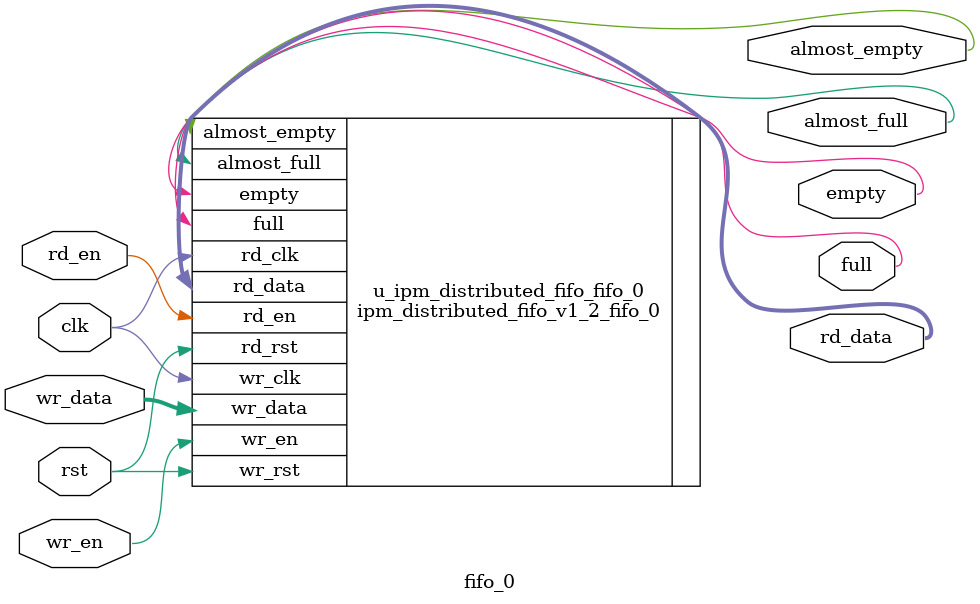
<source format=v>



`timescale 1 ns / 1 ps
module fifo_0
 (
  wr_data         ,
  wr_en           ,
  
  full            ,
  almost_full     ,
  
  rd_data         ,
  rd_en           ,
  
  empty           ,
  
  clk             ,
  rst             ,
  
  almost_empty
);

    localparam ADDR_WIDTH = 4 ; //@IPC int 4,10

    localparam DATA_WIDTH = 10 ; //@IPC int 1,256

    localparam OUT_REG = 0 ; //@IPC bool

    localparam RST_TYPE = "SYNC" ; //@IPC enum ASYNC,SYNC

    localparam FIFO_TYPE = "SYNC_FIFO" ; //@IPC enum ASYNC_FIFO,SYNC_FIFO

    localparam ALMOST_FULL_NUM = 11 ; //@IPC int 4,1024

    localparam ALMOST_EMPTY_NUM = 4 ; //@IPC int 4,1024

    localparam WR_WATER_LEVEL_ENABLE = 0 ; //@IPC bool

    localparam RD_WATER_LEVEL_ENABLE = 0 ; //@IPC bool

    input  wire                          clk             ;  // sync fifo clock
    input  wire                          rst             ;  // sync fifo rst
    
    input  wire  [DATA_WIDTH-1 : 0]      wr_data         ;  // input write data
    input  wire                          wr_en           ;  // input write enable 1 active
    
    output wire                          full            ;  // input write full  flag 1 active
    output wire                          almost_full     ;  // output write almost full
    

    output wire  [DATA_WIDTH-1 : 0]      rd_data         ;  // output read data
    input  wire                          rd_en           ;  // input  read enable
    
    output wire                          empty           ;  // output read empty
    output wire                          almost_empty    ;  // output read water level
    

ipm_distributed_fifo_v1_2_fifo_0
 #(
  .ADDR_WIDTH       (ADDR_WIDTH      ) ,  // fifo ADDR_WIDTH width 4 -- 10
  .DATA_WIDTH       (DATA_WIDTH      ) ,  // write data width 4 -- 256
  .OUT_REG          (OUT_REG         ) ,  // output register   legal value:0 or 1
  .RST_TYPE         (RST_TYPE        ) ,
  .FIFO_TYPE        (FIFO_TYPE       ) ,  // fifo type legal value "SYN" or "ASYN"
  .ALMOST_FULL_NUM  (ALMOST_FULL_NUM ) ,  // almost full number
  .ALMOST_EMPTY_NUM (ALMOST_EMPTY_NUM)    // almost full number
)u_ipm_distributed_fifo_fifo_0
 (
  .wr_data          (wr_data         ) ,  // input write data
  .wr_en            (wr_en           ) ,  // input write enable 1 active
  
  .wr_clk           (clk             ) ,  // input write clock
  .wr_rst           (rst             ) ,
  
  .full             (full            ) ,  // input write full  flag 1 active
  .almost_full      (almost_full     ) ,  // output write almost full
  
  .rd_data          (rd_data         ) ,  // output read data
  .rd_en            (rd_en           ) ,  // input  read enable
  
  .rd_clk           (clk             ) ,  // input  read clock
  .rd_rst           (rst             ) ,
  
  .empty            (empty           ) ,  // output read empty
  
  .almost_empty     (almost_empty    )
);
endmodule

</source>
